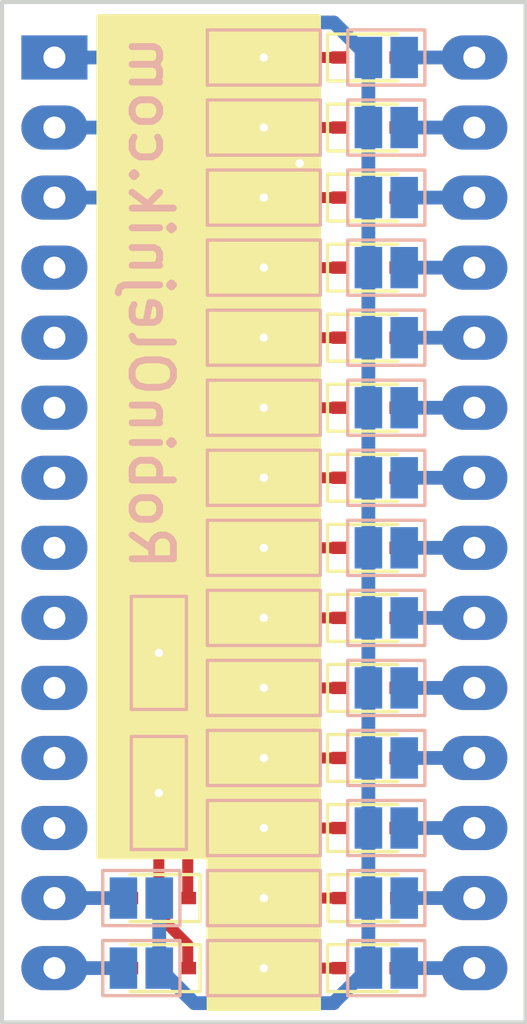
<source format=kicad_pcb>
(kicad_pcb (version 20211014) (generator pcbnew)
  (title_block (title "Bosch KFx3/KFEx5 Diode PLL") (date "2022-01-21") (rev "2") (company "Robin Olejnik") (comment 2 "License: MIT") (comment 3 "www.robinolejnik.com") (comment 4 "https://github.com/robinolejnik/bosch-kf163-diode-pll"))
  (layers (0 "F.Cu" signal) (31 "B.Cu" signal) (34 "B.Paste" user) (35 "F.Paste" user) (36 "B.SilkS" user "B.Silkscreen") (37 "F.SilkS" user "F.Silkscreen") (38 "B.Mask" user) (39 "F.Mask" user) (44 "Edge.Cuts" user))
  (net 0 "")
  (net 1 "Net-(D1-Pad1)")
  (net 2 "Net-(D1-Pad2)")
  (net 3 "Net-(D2-Pad1)")
  (net 4 "Net-(D2-Pad2)")
  (net 5 "Net-(D3-Pad1)")
  (net 6 "Net-(D3-Pad2)")
  (net 7 "Net-(D4-Pad1)")
  (net 8 "Net-(D4-Pad2)")
  (net 9 "Net-(D5-Pad1)")
  (net 10 "Net-(D5-Pad2)")
  (net 11 "Net-(D6-Pad1)")
  (net 12 "Net-(D6-Pad2)")
  (net 13 "Net-(D7-Pad1)")
  (net 14 "Net-(D7-Pad2)")
  (net 15 "Net-(D8-Pad1)")
  (net 16 "Net-(D8-Pad2)")
  (net 17 "Net-(D9-Pad1)")
  (net 18 "Net-(D9-Pad2)")
  (net 19 "Net-(D10-Pad1)")
  (net 20 "Net-(D10-Pad2)")
  (net 21 "Net-(D11-Pad1)")
  (net 22 "Net-(D11-Pad2)")
  (net 23 "Net-(D12-Pad1)")
  (net 24 "Net-(D12-Pad2)")
  (net 25 "Net-(D13-Pad1)")
  (net 26 "Net-(D13-Pad2)")
  (net 27 "Net-(D14-Pad1)")
  (net 28 "Net-(D14-Pad2)")
  (net 29 "Net-(D15-Pad1)")
  (net 30 "Net-(D15-Pad2)")
  (net 31 "Net-(D16-Pad1)")
  (net 32 "Net-(D16-Pad2)")
  (net 33 "Net-(JP1-Pad3)")
  (net 34 "Net-(JP1-Pad1)")
  (net 35 "GND")
  (footprint "Diode_SMD:D_SOD-323" (layer "F.Cu") (at 129.54 68.58)
    (fp_text reference "D2" hide)
    (fp_text value "1N4148W" hide)
    (fp_line (start -1.5 0.85) (end 1.05 0.85) (layer "F.SilkS") (width 0.12))
    (fp_line (start -1.5 -0.85) (end 1.05 -0.85) (layer "F.SilkS") (width 0.12))
    (fp_line (start -1.5 -0.85) (end -1.5 0.85) (layer "F.SilkS") (width 0.12))
    (pad "1" smd rect (at -1.05 0) (size 0.6 0.45) (layers "F.Cu" "F.Paste" "F.Mask") (net 3 "Net-(D2-Pad1)"))
    (pad "2" smd rect (at 1.05 0) (size 0.6 0.45) (layers "F.Cu" "F.Paste" "F.Mask") (net 4 "Net-(D2-Pad2)"))
  )
  (footprint "Diode_SMD:D_SOD-323" (layer "F.Cu") (at 129.54 66.04)
    (fp_text reference "D1" hide)
    (fp_text value "1N4148W" hide)
    (fp_line (start -1.5 -0.85) (end 1.05 -0.85) (layer "F.SilkS") (width 0.12))
    (fp_line (start -1.5 0.85) (end 1.05 0.85) (layer "F.SilkS") (width 0.12))
    (fp_line (start -1.5 -0.85) (end -1.5 0.85) (layer "F.SilkS") (width 0.12))
    (pad "1" smd rect (at -1.05 0) (size 0.6 0.45) (layers "F.Cu" "F.Paste" "F.Mask") (net 1 "Net-(D1-Pad1)"))
    (pad "2" smd rect (at 1.05 0) (size 0.6 0.45) (layers "F.Cu" "F.Paste" "F.Mask") (net 2 "Net-(D1-Pad2)"))
  )
  (footprint "Diode_SMD:D_SOD-323" (layer "F.Cu") (at 129.54 88.9)
    (fp_text reference "D10" hide)
    (fp_text value "1N4148W" hide)
    (fp_line (start -1.5 0.85) (end 1.05 0.85) (layer "F.SilkS") (width 0.12))
    (fp_line (start -1.5 -0.85) (end 1.05 -0.85) (layer "F.SilkS") (width 0.12))
    (fp_line (start -1.5 -0.85) (end -1.5 0.85) (layer "F.SilkS") (width 0.12))
    (pad "1" smd rect (at -1.05 0) (size 0.6 0.45) (layers "F.Cu" "F.Paste" "F.Mask") (net 19 "Net-(D10-Pad1)"))
    (pad "2" smd rect (at 1.05 0) (size 0.6 0.45) (layers "F.Cu" "F.Paste" "F.Mask") (net 20 "Net-(D10-Pad2)"))
  )
  (footprint "Diode_SMD:D_SOD-323" (layer "F.Cu") (at 129.54 99.06)
    (fp_text reference "D14" hide)
    (fp_text value "1N4148W" hide)
    (fp_line (start -1.5 0.85) (end 1.05 0.85) (layer "F.SilkS") (width 0.12))
    (fp_line (start -1.5 -0.85) (end 1.05 -0.85) (layer "F.SilkS") (width 0.12))
    (fp_line (start -1.5 -0.85) (end -1.5 0.85) (layer "F.SilkS") (width 0.12))
    (pad "1" smd rect (at -1.05 0) (size 0.6 0.45) (layers "F.Cu" "F.Paste" "F.Mask") (net 27 "Net-(D14-Pad1)"))
    (pad "2" smd rect (at 1.05 0) (size 0.6 0.45) (layers "F.Cu" "F.Paste" "F.Mask") (net 28 "Net-(D14-Pad2)"))
  )
  (footprint "Diode_SMD:D_SOD-323" (layer "F.Cu") (at 129.54 73.66)
    (fp_text reference "D4" hide)
    (fp_text value "1N4148W" hide)
    (fp_line (start -1.5 0.85) (end 1.05 0.85) (layer "F.SilkS") (width 0.12))
    (fp_line (start -1.5 -0.85) (end -1.5 0.85) (layer "F.SilkS") (width 0.12))
    (fp_line (start -1.5 -0.85) (end 1.05 -0.85) (layer "F.SilkS") (width 0.12))
    (pad "1" smd rect (at -1.05 0) (size 0.6 0.45) (layers "F.Cu" "F.Paste" "F.Mask") (net 7 "Net-(D4-Pad1)"))
    (pad "2" smd rect (at 1.05 0) (size 0.6 0.45) (layers "F.Cu" "F.Paste" "F.Mask") (net 8 "Net-(D4-Pad2)"))
  )
  (footprint "Diode_SMD:D_SOD-323" (layer "F.Cu") (at 129.54 83.82)
    (fp_text reference "D8" hide)
    (fp_text value "1N4148W" hide)
    (fp_line (start -1.5 -0.85) (end -1.5 0.85) (layer "F.SilkS") (width 0.12))
    (fp_line (start -1.5 0.85) (end 1.05 0.85) (layer "F.SilkS") (width 0.12))
    (fp_line (start -1.5 -0.85) (end 1.05 -0.85) (layer "F.SilkS") (width 0.12))
    (pad "1" smd rect (at -1.05 0) (size 0.6 0.45) (layers "F.Cu" "F.Paste" "F.Mask") (net 15 "Net-(D8-Pad1)"))
    (pad "2" smd rect (at 1.05 0) (size 0.6 0.45) (layers "F.Cu" "F.Paste" "F.Mask") (net 16 "Net-(D8-Pad2)"))
  )
  (footprint "Diode_SMD:D_SOD-323" (layer "F.Cu") (at 129.54 93.98)
    (fp_text reference "D12" hide)
    (fp_text value "1N4148W" hide)
    (fp_line (start -1.5 -0.85) (end -1.5 0.85) (layer "F.SilkS") (width 0.12))
    (fp_line (start -1.5 0.85) (end 1.05 0.85) (layer "F.SilkS") (width 0.12))
    (fp_line (start -1.5 -0.85) (end 1.05 -0.85) (layer "F.SilkS") (width 0.12))
    (pad "1" smd rect (at -1.05 0) (size 0.6 0.45) (layers "F.Cu" "F.Paste" "F.Mask") (net 23 "Net-(D12-Pad1)"))
    (pad "2" smd rect (at 1.05 0) (size 0.6 0.45) (layers "F.Cu" "F.Paste" "F.Mask") (net 24 "Net-(D12-Pad2)"))
  )
  (footprint "Diode_SMD:D_SOD-323" (layer "F.Cu") (at 129.54 76.2)
    (fp_text reference "D5" hide)
    (fp_text value "1N4148W" hide)
    (fp_line (start -1.5 0.85) (end 1.05 0.85) (layer "F.SilkS") (width 0.12))
    (fp_line (start -1.5 -0.85) (end 1.05 -0.85) (layer "F.SilkS") (width 0.12))
    (fp_line (start -1.5 -0.85) (end -1.5 0.85) (layer "F.SilkS") (width 0.12))
    (pad "1" smd rect (at -1.05 0) (size 0.6 0.45) (layers "F.Cu" "F.Paste" "F.Mask") (net 9 "Net-(D5-Pad1)"))
    (pad "2" smd rect (at 1.05 0) (size 0.6 0.45) (layers "F.Cu" "F.Paste" "F.Mask") (net 10 "Net-(D5-Pad2)"))
  )
  (footprint "Diode_SMD:D_SOD-323" (layer "F.Cu") (at 121.92 99.06 180)
    (fp_text reference "D15" hide)
    (fp_text value "1N4148W" hide)
    (fp_line (start -1.5 -0.85) (end 1.05 -0.85) (layer "F.SilkS") (width 0.12))
    (fp_line (start -1.5 0.85) (end 1.05 0.85) (layer "F.SilkS") (width 0.12))
    (fp_line (start -1.5 -0.85) (end -1.5 0.85) (layer "F.SilkS") (width 0.12))
    (pad "1" smd rect (at -1.05 0 180) (size 0.6 0.45) (layers "F.Cu" "F.Paste" "F.Mask") (net 29 "Net-(D15-Pad1)"))
    (pad "2" smd rect (at 1.05 0 180) (size 0.6 0.45) (layers "F.Cu" "F.Paste" "F.Mask") (net 30 "Net-(D15-Pad2)"))
  )
  (footprint "Diode_SMD:D_SOD-323" (layer "F.Cu") (at 121.92 96.52 180)
    (fp_text reference "D16" hide)
    (fp_text value "1N4148W" hide)
    (fp_line (start -1.5 0.85) (end 1.05 0.85) (layer "F.SilkS") (width 0.12))
    (fp_line (start -1.5 -0.85) (end 1.05 -0.85) (layer "F.SilkS") (width 0.12))
    (fp_line (start -1.5 -0.85) (end -1.5 0.85) (layer "F.SilkS") (width 0.12))
    (pad "1" smd rect (at -1.05 0 180) (size 0.6 0.45) (layers "F.Cu" "F.Paste" "F.Mask") (net 31 "Net-(D16-Pad1)"))
    (pad "2" smd rect (at 1.05 0 180) (size 0.6 0.45) (layers "F.Cu" "F.Paste" "F.Mask") (net 32 "Net-(D16-Pad2)"))
  )
  (footprint "Package_DIP:DIP-28_W15.24mm_LongPads" (layer "F.Cu") (at 118.13 66.04)
    (fp_text reference "U1" hide)
    (fp_text value "PLL" hide)
    (pad "1" thru_hole rect (at 0 0) (size 2.4 1.6) (drill 0.8) (layers *.Cu *.Mask) (net 35 "GND"))
    (pad "2" thru_hole oval (at 0 2.54) (size 2.4 1.6) (drill 0.8) (layers *.Cu *.Mask) (net 33 "Net-(JP1-Pad3)"))
    (pad "3" thru_hole oval (at 0 5.08) (size 2.4 1.6) (drill 0.8) (layers *.Cu *.Mask) (net 34 "Net-(JP1-Pad1)"))
    (pad "4" thru_hole oval (at 0 7.62) (size 2.4 1.6) (drill 0.8) (layers *.Cu *.Mask))
    (pad "5" thru_hole oval (at 0 10.16) (size 2.4 1.6) (drill 0.8) (layers *.Cu *.Mask))
    (pad "6" thru_hole oval (at 0 12.7) (size 2.4 1.6) (drill 0.8) (layers *.Cu *.Mask))
    (pad "7" thru_hole oval (at 0 15.24) (size 2.4 1.6) (drill 0.8) (layers *.Cu *.Mask))
    (pad "8" thru_hole oval (at 0 17.78) (size 2.4 1.6) (drill 0.8) (layers *.Cu *.Mask))
    (pad "9" thru_hole oval (at 0 20.32) (size 2.4 1.6) (drill 0.8) (layers *.Cu *.Mask))
    (pad "10" thru_hole oval (at 0 22.86) (size 2.4 1.6) (drill 0.8) (layers *.Cu *.Mask))
    (pad "11" thru_hole oval (at 0 25.4) (size 2.4 1.6) (drill 0.8) (layers *.Cu *.Mask))
    (pad "12" thru_hole oval (at 0 27.94) (size 2.4 1.6) (drill 0.8) (layers *.Cu *.Mask))
    (pad "13" thru_hole oval (at 0 30.48) (size 2.4 1.6) (drill 0.8) (layers *.Cu *.Mask) (net 32 "Net-(D16-Pad2)"))
    (pad "14" thru_hole oval (at 0 33.02) (size 2.4 1.6) (drill 0.8) (layers *.Cu *.Mask) (net 30 "Net-(D15-Pad2)"))
    (pad "15" thru_hole oval (at 15.24 33.02) (size 2.4 1.6) (drill 0.8) (layers *.Cu *.Mask) (net 28 "Net-(D14-Pad2)"))
    (pad "16" thru_hole oval (at 15.24 30.48) (size 2.4 1.6) (drill 0.8) (layers *.Cu *.Mask) (net 26 "Net-(D13-Pad2)"))
    (pad "17" thru_hole oval (at 15.24 27.94) (size 2.4 1.6) (drill 0.8) (layers *.Cu *.Mask) (net 24 "Net-(D12-Pad2)"))
    (pad "18" thru_hole oval (at 15.24 25.4) (size 2.4 1.6) (drill 0.8) (layers *.Cu *.Mask) (net 22 "Net-(D11-Pad2)"))
    (pad "19" thru_hole oval (at 15.24 22.86) (size 2.4 1.6) (drill 0.8) (layers *.Cu *.Mask) (net 20 "Net-(D10-Pad2)"))
    (pad "20" thru_hole oval (at 15.24 20.32) (size 2.4 1.6) (drill 0.8) (layers *.Cu *.Mask) (net 18 "Net-(D9-Pad2)"))
    (pad "21" thru_hole oval (at 15.24 17.78) (size 2.4 1.6) (drill 0.8) (layers *.Cu *.Mask) (net 16 "Net-(D8-Pad2)"))
    (pad "22" thru_hole oval (at 15.24 15.24) (size 2.4 1.6) (drill 0.8) (layers *.Cu *.Mask) (net 14 "Net-(D7-Pad2)"))
    (pad "23" thru_hole oval (at 15.24 12.7) (size 2.4 1.6) (drill 0.8) (layers *.Cu *.Mask) (net 12 "Net-(D6-Pad2)"))
    (pad "24" thru_hole oval (at 15.24 10.16) (size 2.4 1.6) (drill 0.8) (layers *.Cu *.Mask) (net 10 "Net-(D5-Pad2)"))
    (pad "25" thru_hole oval (at 15.24 7.62) (size 2.4 1.6) (drill 0.8) (layers *.Cu *.Mask) (net 8 "Net-(D4-Pad2)"))
    (pad "26" thru_hole oval (at 15.24 5.08) (size 2.4 1.6) (drill 0.8) (layers *.Cu *.Mask) (net 6 "Net-(D3-Pad2)"))
    (pad "27" thru_hole oval (at 15.24 2.54) (size 2.4 1.6) (drill 0.8) (layers *.Cu *.Mask) (net 4 "Net-(D2-Pad2)"))
    (pad "28" thru_hole oval (at 15.24 0) (size 2.4 1.6) (drill 0.8) (layers *.Cu *.Mask) (net 2 "Net-(D1-Pad2)"))
  )
  (footprint "Diode_SMD:D_SOD-323" (layer "F.Cu") (at 129.54 81.28)
    (fp_text reference "D7" hide)
    (fp_text value "1N4148W" hide)
    (fp_line (start -1.5 -0.85) (end 1.05 -0.85) (layer "F.SilkS") (width 0.12))
    (fp_line (start -1.5 0.85) (end 1.05 0.85) (layer "F.SilkS") (width 0.12))
    (fp_line (start -1.5 -0.85) (end -1.5 0.85) (layer "F.SilkS") (width 0.12))
    (pad "1" smd rect (at -1.05 0) (size 0.6 0.45) (layers "F.Cu" "F.Paste" "F.Mask") (net 13 "Net-(D7-Pad1)"))
    (pad "2" smd rect (at 1.05 0) (size 0.6 0.45) (layers "F.Cu" "F.Paste" "F.Mask") (net 14 "Net-(D7-Pad2)"))
  )
  (footprint "Diode_SMD:D_SOD-323" (layer "F.Cu") (at 129.54 86.36)
    (fp_text reference "D9" hide)
    (fp_text value "1N4148W" hide)
    (fp_line (start -1.5 -0.85) (end -1.5 0.85) (layer "F.SilkS") (width 0.12))
    (fp_line (start -1.5 0.85) (end 1.05 0.85) (layer "F.SilkS") (width 0.12))
    (fp_line (start -1.5 -0.85) (end 1.05 -0.85) (layer "F.SilkS") (width 0.12))
    (pad "1" smd rect (at -1.05 0) (size 0.6 0.45) (layers "F.Cu" "F.Paste" "F.Mask") (net 17 "Net-(D9-Pad1)"))
    (pad "2" smd rect (at 1.05 0) (size 0.6 0.45) (layers "F.Cu" "F.Paste" "F.Mask") (net 18 "Net-(D9-Pad2)"))
  )
  (footprint "Diode_SMD:D_SOD-323" (layer "F.Cu") (at 129.54 78.74)
    (fp_text reference "D6" hide)
    (fp_text value "1N4148W" hide)
    (fp_line (start -1.5 -0.85) (end 1.05 -0.85) (layer "F.SilkS") (width 0.12))
    (fp_line (start -1.5 0.85) (end 1.05 0.85) (layer "F.SilkS") (width 0.12))
    (fp_line (start -1.5 -0.85) (end -1.5 0.85) (layer "F.SilkS") (width 0.12))
    (pad "1" smd rect (at -1.05 0) (size 0.6 0.45) (layers "F.Cu" "F.Paste" "F.Mask") (net 11 "Net-(D6-Pad1)"))
    (pad "2" smd rect (at 1.05 0) (size 0.6 0.45) (layers "F.Cu" "F.Paste" "F.Mask") (net 12 "Net-(D6-Pad2)"))
  )
  (footprint "Diode_SMD:D_SOD-323" (layer "F.Cu") (at 129.54 71.12)
    (fp_text reference "D3" hide)
    (fp_text value "1N4148W" hide)
    (fp_line (start -1.5 -0.85) (end -1.5 0.85) (layer "F.SilkS") (width 0.12))
    (fp_line (start -1.5 -0.85) (end 1.05 -0.85) (layer "F.SilkS") (width 0.12))
    (fp_line (start -1.5 0.85) (end 1.05 0.85) (layer "F.SilkS") (width 0.12))
    (pad "1" smd rect (at -1.05 0) (size 0.6 0.45) (layers "F.Cu" "F.Paste" "F.Mask") (net 5 "Net-(D3-Pad1)"))
    (pad "2" smd rect (at 1.05 0) (size 0.6 0.45) (layers "F.Cu" "F.Paste" "F.Mask") (net 6 "Net-(D3-Pad2)"))
  )
  (footprint "Diode_SMD:D_SOD-323" (layer "F.Cu") (at 129.56 96.52)
    (fp_text reference "D13" hide)
    (fp_text value "1N4148W" hide)
    (fp_line (start -1.5 -0.85) (end 1.05 -0.85) (layer "F.SilkS") (width 0.12))
    (fp_line (start -1.5 0.85) (end 1.05 0.85) (layer "F.SilkS") (width 0.12))
    (fp_line (start -1.5 -0.85) (end -1.5 0.85) (layer "F.SilkS") (width 0.12))
    (pad "1" smd rect (at -1.05 0) (size 0.6 0.45) (layers "F.Cu" "F.Paste" "F.Mask") (net 25 "Net-(D13-Pad1)"))
    (pad "2" smd rect (at 1.05 0) (size 0.6 0.45) (layers "F.Cu" "F.Paste" "F.Mask") (net 26 "Net-(D13-Pad2)"))
  )
  (footprint "Diode_SMD:D_SOD-323" (layer "F.Cu") (at 129.54 91.44)
    (fp_text reference "D11" hide)
    (fp_text value "1N4148W" hide)
    (fp_line (start -1.5 -0.85) (end -1.5 0.85) (layer "F.SilkS") (width 0.12))
    (fp_line (start -1.5 -0.85) (end 1.05 -0.85) (layer "F.SilkS") (width 0.12))
    (fp_line (start -1.5 0.85) (end 1.05 0.85) (layer "F.SilkS") (width 0.12))
    (pad "1" smd rect (at -1.05 0) (size 0.6 0.45) (layers "F.Cu" "F.Paste" "F.Mask") (net 21 "Net-(D11-Pad1)"))
    (pad "2" smd rect (at 1.05 0) (size 0.6 0.45) (layers "F.Cu" "F.Paste" "F.Mask") (net 22 "Net-(D11-Pad2)"))
  )
  (footprint "Jumper:SolderJumper-2_P1.3mm_Open_Pad1.0x1.5mm" (layer "B.Cu") (at 130.175 99.06)
    (fp_text reference "JP30" hide)
    (fp_text value "SolderJumper_2_Open" hide)
    (fp_line (start 1.4 1) (end 1.4 -1) (layer "B.SilkS") (width 0.12))
    (fp_line (start -1.4 1) (end 1.4 1) (layer "B.SilkS") (width 0.12))
    (fp_line (start 1.4 -1) (end -1.4 -1) (layer "B.SilkS") (width 0.12))
    (fp_line (start -1.4 -1) (end -1.4 1) (layer "B.SilkS") (width 0.12))
    (pad "1" smd rect locked (at -0.65 0) (size 1 1.5) (layers "B.Cu" "B.Mask") (net 35 "GND"))
    (pad "2" smd rect locked (at 0.65 0) (size 1 1.5) (layers "B.Cu" "B.Mask") (net 28 "Net-(D14-Pad2)"))
  )
  (footprint "Jumper:SolderJumper-3_P1.3mm_Open_Pad1.0x1.5mm" (layer "B.Cu") (at 125.73 76.2 180)
    (fp_text reference "JP5" hide)
    (fp_text value "SolderJumper_3_Open" hide)
    (fp_line (start -2.05 1) (end 2.05 1) (layer "B.SilkS") (width 0.12))
    (fp_line (start 2.05 1) (end 2.05 -1) (layer "B.SilkS") (width 0.12))
    (fp_line (start 2.05 -1) (end -2.05 -1) (layer "B.SilkS") (width 0.12))
    (fp_line (start -2.05 -1) (end -2.05 1) (layer "B.SilkS") (width 0.12))
    (pad "1" smd rect (at -1.3 0 180) (size 1 1.5) (layers "B.Cu" "B.Mask") (net 34 "Net-(JP1-Pad1)"))
    (pad "2" smd rect (at 0 0 180) (size 1 1.5) (layers "B.Cu" "B.Mask") (net 9 "Net-(D5-Pad1)"))
    (pad "3" smd rect (at 1.3 0 180) (size 1 1.5) (layers "B.Cu" "B.Mask") (net 33 "Net-(JP1-Pad3)"))
  )
  (footprint "Jumper:SolderJumper-3_P1.3mm_Open_Pad1.0x1.5mm" (layer "B.Cu") (at 121.92 87.63 -90)
    (fp_text reference "JP16" hide)
    (fp_text value "SolderJumper_3_Open" hide)
    (fp_line (start 2.05 -1) (end -2.05 -1) (layer "B.SilkS") (width 0.12))
    (fp_line (start -2.05 1) (end 2.05 1) (layer "B.SilkS") (width 0.12))
    (fp_line (start 2.05 1) (end 2.05 -1) (layer "B.SilkS") (width 0.12))
    (fp_line (start -2.05 -1) (end -2.05 1) (layer "B.SilkS") (width 0.12))
    (pad "1" smd rect (at -1.3 0 270) (size 1 1.5) (layers "B.Cu" "B.Mask") (net 34 "Net-(JP1-Pad1)"))
    (pad "2" smd rect (at 0 0 270) (size 1 1.5) (layers "B.Cu" "B.Mask") (net 31 "Net-(D16-Pad1)"))
    (pad "3" smd rect (at 1.3 0 270) (size 1 1.5) (layers "B.Cu" "B.Mask") (net 33 "Net-(JP1-Pad3)"))
  )
  (footprint "Jumper:SolderJumper-3_P1.3mm_Open_Pad1.0x1.5mm" (layer "B.Cu") (at 125.73 71.12 180)
    (fp_text reference "JP3" hide)
    (fp_text value "SolderJumper_3_Open" hide)
    (fp_line (start 2.05 1) (end 2.05 -1) (layer "B.SilkS") (width 0.12))
    (fp_line (start -2.05 -1) (end -2.05 1) (layer "B.SilkS") (width 0.12))
    (fp_line (start -2.05 1) (end 2.05 1) (layer "B.SilkS") (width 0.12))
    (fp_line (start 2.05 -1) (end -2.05 -1) (layer "B.SilkS") (width 0.12))
    (pad "1" smd rect (at -1.3 0 180) (size 1 1.5) (layers "B.Cu" "B.Mask") (net 34 "Net-(JP1-Pad1)"))
    (pad "2" smd rect (at 0 0 180) (size 1 1.5) (layers "B.Cu" "B.Mask") (net 5 "Net-(D3-Pad1)"))
    (pad "3" smd rect (at 1.3 0 180) (size 1 1.5) (layers "B.Cu" "B.Mask") (net 33 "Net-(JP1-Pad3)"))
  )
  (footprint "Jumper:SolderJumper-2_P1.3mm_Open_Pad1.0x1.5mm" (layer "B.Cu") (at 130.175 96.52)
    (fp_text reference "JP29" hide)
    (fp_text value "SolderJumper_2_Open" hide)
    (fp_line (start 1.4 -1) (end -1.4 -1) (layer "B.SilkS") (width 0.12))
    (fp_line (start -1.4 1) (end 1.4 1) (layer "B.SilkS") (width 0.12))
    (fp_line (start -1.4 -1) (end -1.4 1) (layer "B.SilkS") (width 0.12))
    (fp_line (start 1.4 1) (end 1.4 -1) (layer "B.SilkS") (width 0.12))
    (pad "1" smd rect locked (at -0.65 0) (size 1 1.5) (layers "B.Cu" "B.Mask") (net 35 "GND"))
    (pad "2" smd rect locked (at 0.65 0) (size 1 1.5) (layers "B.Cu" "B.Mask") (net 26 "Net-(D13-Pad2)"))
  )
  (footprint "Jumper:SolderJumper-3_P1.3mm_Open_Pad1.0x1.5mm" (layer "B.Cu") (at 125.73 99.06 180)
    (fp_text reference "JP14" hide)
    (fp_text value "SolderJumper_3_Open" hide)
    (fp_line (start 2.05 1) (end 2.05 -1) (layer "B.SilkS") (width 0.12))
    (fp_line (start 2.05 -1) (end -2.05 -1) (layer "B.SilkS") (width 0.12))
    (fp_line (start -2.05 1) (end 2.05 1) (layer "B.SilkS") (width 0.12))
    (fp_line (start -2.05 -1) (end -2.05 1) (layer "B.SilkS") (width 0.12))
    (pad "1" smd rect (at -1.3 0 180) (size 1 1.5) (layers "B.Cu" "B.Mask") (net 34 "Net-(JP1-Pad1)"))
    (pad "2" smd rect (at 0 0 180) (size 1 1.5) (layers "B.Cu" "B.Mask") (net 27 "Net-(D14-Pad1)"))
    (pad "3" smd rect (at 1.3 0 180) (size 1 1.5) (layers "B.Cu" "B.Mask") (net 33 "Net-(JP1-Pad3)"))
  )
  (footprint "Jumper:SolderJumper-2_P1.3mm_Open_Pad1.0x1.5mm" (layer "B.Cu") (at 121.285 96.52 180)
    (fp_text reference "JP32" hide)
    (fp_text value "SolderJumper_2_Open" hide)
    (fp_line (start 1.4 -1) (end -1.4 -1) (layer "B.SilkS") (width 0.12))
    (fp_line (start -1.4 -1) (end -1.4 1) (layer "B.SilkS") (width 0.12))
    (fp_line (start -1.4 1) (end 1.4 1) (layer "B.SilkS") (width 0.12))
    (fp_line (start 1.4 1) (end 1.4 -1) (layer "B.SilkS") (width 0.12))
    (pad "1" smd rect locked (at -0.65 0 180) (size 1 1.5) (layers "B.Cu" "B.Mask") (net 35 "GND"))
    (pad "2" smd rect locked (at 0.65 0 180) (size 1 1.5) (layers "B.Cu" "B.Mask") (net 32 "Net-(D16-Pad2)"))
  )
  (footprint "Jumper:SolderJumper-2_P1.3mm_Open_Pad1.0x1.5mm" (layer "B.Cu") (at 130.175 81.28)
    (fp_text reference "JP23" hide)
    (fp_text value "SolderJumper_2_Open" hide)
    (fp_line (start 1.4 1) (end 1.4 -1) (layer "B.SilkS") (width 0.12))
    (fp_line (start 1.4 -1) (end -1.4 -1) (layer "B.SilkS") (width 0.12))
    (fp_line (start -1.4 -1) (end -1.4 1) (layer "B.SilkS") (width 0.12))
    (fp_line (start -1.4 1) (end 1.4 1) (layer "B.SilkS") (width 0.12))
    (pad "1" smd rect locked (at -0.65 0) (size 1 1.5) (layers "B.Cu" "B.Mask") (net 35 "GND"))
    (pad "2" smd rect locked (at 0.65 0) (size 1 1.5) (layers "B.Cu" "B.Mask") (net 14 "Net-(D7-Pad2)"))
  )
  (footprint "Jumper:SolderJumper-2_P1.3mm_Open_Pad1.0x1.5mm" (layer "B.Cu") (at 130.175 71.12)
    (fp_text reference "JP19" hide)
    (fp_text value "SolderJumper_2_Open" hide)
    (fp_line (start 1.4 1) (end 1.4 -1) (layer "B.SilkS") (width 0.12))
    (fp_line (start -1.4 -1) (end -1.4 1) (layer "B.SilkS") (width 0.12))
    (fp_line (start 1.4 -1) (end -1.4 -1) (layer "B.SilkS") (width 0.12))
    (fp_line (start -1.4 1) (end 1.4 1) (layer "B.SilkS") (width 0.12))
    (pad "1" smd rect locked (at -0.65 0) (size 1 1.5) (layers "B.Cu" "B.Mask") (net 35 "GND"))
    (pad "2" smd rect locked (at 0.65 0) (size 1 1.5) (layers "B.Cu" "B.Mask") (net 6 "Net-(D3-Pad2)"))
  )
  (footprint "Jumper:SolderJumper-2_P1.3mm_Open_Pad1.0x1.5mm" (layer "B.Cu") (at 130.175 93.98)
    (fp_text reference "JP28" hide)
    (fp_text value "SolderJumper_2_Open" hide)
    (fp_line (start 1.4 -1) (end -1.4 -1) (layer "B.SilkS") (width 0.12))
    (fp_line (start 1.4 1) (end 1.4 -1) (layer "B.SilkS") (width 0.12))
    (fp_line (start -1.4 1) (end 1.4 1) (layer "B.SilkS") (width 0.12))
    (fp_line (start -1.4 -1) (end -1.4 1) (layer "B.SilkS") (width 0.12))
    (pad "1" smd rect locked (at -0.65 0) (size 1 1.5) (layers "B.Cu" "B.Mask") (net 35 "GND"))
    (pad "2" smd rect locked (at 0.65 0) (size 1 1.5) (layers "B.Cu" "B.Mask") (net 24 "Net-(D12-Pad2)"))
  )
  (footprint "Jumper:SolderJumper-2_P1.3mm_Open_Pad1.0x1.5mm" (layer "B.Cu") (at 130.175 78.74)
    (fp_text reference "JP22" hide)
    (fp_text value "SolderJumper_2_Open" hide)
    (fp_line (start -1.4 1) (end 1.4 1) (layer "B.SilkS") (width 0.12))
    (fp_line (start -1.4 -1) (end -1.4 1) (layer "B.SilkS") (width 0.12))
    (fp_line (start 1.4 1) (end 1.4 -1) (layer "B.SilkS") (width 0.12))
    (fp_line (start 1.4 -1) (end -1.4 -1) (layer "B.SilkS") (width 0.12))
    (pad "1" smd rect locked (at -0.65 0) (size 1 1.5) (layers "B.Cu" "B.Mask") (net 35 "GND"))
    (pad "2" smd rect locked (at 0.65 0) (size 1 1.5) (layers "B.Cu" "B.Mask") (net 12 "Net-(D6-Pad2)"))
  )
  (footprint "Jumper:SolderJumper-2_P1.3mm_Open_Pad1.0x1.5mm" (layer "B.Cu") (at 130.175 88.9)
    (fp_text reference "JP26" hide)
    (fp_text value "SolderJumper_2_Open" hide)
    (fp_line (start -1.4 1) (end 1.4 1) (layer "B.SilkS") (width 0.12))
    (fp_line (start 1.4 -1) (end -1.4 -1) (layer "B.SilkS") (width 0.12))
    (fp_line (start -1.4 -1) (end -1.4 1) (layer "B.SilkS") (width 0.12))
    (fp_line (start 1.4 1) (end 1.4 -1) (layer "B.SilkS") (width 0.12))
    (pad "1" smd rect locked (at -0.65 0) (size 1 1.5) (layers "B.Cu" "B.Mask") (net 35 "GND"))
    (pad "2" smd rect locked (at 0.65 0) (size 1 1.5) (layers "B.Cu" "B.Mask") (net 20 "Net-(D10-Pad2)"))
  )
  (footprint "Jumper:SolderJumper-2_P1.3mm_Open_Pad1.0x1.5mm" (layer "B.Cu") (at 121.285 99.06 180)
    (fp_text reference "JP31" hide)
    (fp_text value "SolderJumper_2_Open" hide)
    (fp_line (start -1.4 -1) (end -1.4 1) (layer "B.SilkS") (width 0.12))
    (fp_line (start 1.4 -1) (end -1.4 -1) (layer "B.SilkS") (width 0.12))
    (fp_line (start -1.4 1) (end 1.4 1) (layer "B.SilkS") (width 0.12))
    (fp_line (start 1.4 1) (end 1.4 -1) (layer "B.SilkS") (width 0.12))
    (pad "1" smd rect locked (at -0.65 0 180) (size 1 1.5) (layers "B.Cu" "B.Mask") (net 35 "GND"))
    (pad "2" smd rect locked (at 0.65 0 180) (size 1 1.5) (layers "B.Cu" "B.Mask") (net 30 "Net-(D15-Pad2)"))
  )
  (footprint "Jumper:SolderJumper-2_P1.3mm_Open_Pad1.0x1.5mm" (layer "B.Cu") (at 130.175 91.44)
    (fp_text reference "JP27" hide)
    (fp_text value "SolderJumper_2_Open" hide)
    (fp_line (start -1.4 1) (end 1.4 1) (layer "B.SilkS") (width 0.12))
    (fp_line (start 1.4 -1) (end -1.4 -1) (layer "B.SilkS") (width 0.12))
    (fp_line (start 1.4 1) (end 1.4 -1) (layer "B.SilkS") (width 0.12))
    (fp_line (start -1.4 -1) (end -1.4 1) (layer "B.SilkS") (width 0.12))
    (pad "1" smd rect locked (at -0.65 0) (size 1 1.5) (layers "B.Cu" "B.Mask") (net 35 "GND"))
    (pad "2" smd rect locked (at 0.65 0) (size 1 1.5) (layers "B.Cu" "B.Mask") (net 22 "Net-(D11-Pad2)"))
  )
  (footprint "Jumper:SolderJumper-2_P1.3mm_Open_Pad1.0x1.5mm" (layer "B.Cu") (at 130.175 66.04)
    (fp_text reference "JP17" hide)
    (fp_text value "SolderJumper_2_Open" hide)
    (fp_line (start 1.4 -1) (end -1.4 -1) (layer "B.SilkS") (width 0.12))
    (fp_line (start -1.4 1) (end 1.4 1) (layer "B.SilkS") (width 0.12))
    (fp_line (start 1.4 1) (end 1.4 -1) (layer "B.SilkS") (width 0.12))
    (fp_line (start -1.4 -1) (end -1.4 1) (layer "B.SilkS") (width 0.12))
    (pad "1" smd rect locked (at -0.65 0) (size 1 1.5) (layers "B.Cu" "B.Mask") (net 35 "GND"))
    (pad "2" smd rect locked (at 0.65 0) (size 1 1.5) (layers "B.Cu" "B.Mask") (net 2 "Net-(D1-Pad2)"))
  )
  (footprint "Jumper:SolderJumper-3_P1.3mm_Open_Pad1.0x1.5mm" (layer "B.Cu") (at 125.73 93.98 180)
    (fp_text reference "JP12" hide)
    (fp_text value "SolderJumper_3_Open" hide)
    (fp_line (start -2.05 1) (end 2.05 1) (layer "B.SilkS") (width 0.12))
    (fp_line (start -2.05 -1) (end -2.05 1) (layer "B.SilkS") (width 0.12))
    (fp_line (start 2.05 1) (end 2.05 -1) (layer "B.SilkS") (width 0.12))
    (fp_line (start 2.05 -1) (end -2.05 -1) (layer "B.SilkS") (width 0.12))
    (pad "1" smd rect (at -1.3 0 180) (size 1 1.5) (layers "B.Cu" "B.Mask") (net 34 "Net-(JP1-Pad1)"))
    (pad "2" smd rect (at 0 0 180) (size 1 1.5) (layers "B.Cu" "B.Mask") (net 23 "Net-(D12-Pad1)"))
    (pad "3" smd rect (at 1.3 0 180) (size 1 1.5) (layers "B.Cu" "B.Mask") (net 33 "Net-(JP1-Pad3)"))
  )
  (footprint "Jumper:SolderJumper-2_P1.3mm_Open_Pad1.0x1.5mm" (layer "B.Cu") (at 130.175 73.66)
    (fp_text reference "JP20" hide)
    (fp_text value "SolderJumper_2_Open" hide)
    (fp_line (start -1.4 1) (end 1.4 1) (layer "B.SilkS") (width 0.12))
    (fp_line (start -1.4 -1) (end -1.4 1) (layer "B.SilkS") (width 0.12))
    (fp_line (start 1.4 -1) (end -1.4 -1) (layer "B.SilkS") (width 0.12))
    (fp_line (start 1.4 1) (end 1.4 -1) (layer "B.SilkS") (width 0.12))
    (pad "1" smd rect locked (at -0.65 0) (size 1 1.5) (layers "B.Cu" "B.Mask") (net 35 "GND"))
    (pad "2" smd rect locked (at 0.65 0) (size 1 1.5) (layers "B.Cu" "B.Mask") (net 8 "Net-(D4-Pad2)"))
  )
  (footprint "Jumper:SolderJumper-3_P1.3mm_Open_Pad1.0x1.5mm" (layer "B.Cu") (at 125.73 66.04 180)
    (fp_text reference "JP1" hide)
    (fp_text value "SolderJumper_3_Open" hide)
    (fp_line (start 2.05 1) (end 2.05 -1) (layer "B.SilkS") (width 0.12))
    (fp_line (start 2.05 -1) (end -2.05 -1) (layer "B.SilkS") (width 0.12))
    (fp_line (start -2.05 1) (end 2.05 1) (layer "B.SilkS") (width 0.12))
    (fp_line (start -2.05 -1) (end -2.05 1) (layer "B.SilkS") (width 0.12))
    (pad "1" smd rect (at -1.3 0 180) (size 1 1.5) (layers "B.Cu" "B.Mask") (net 34 "Net-(JP1-Pad1)"))
    (pad "2" smd rect (at 0 0 180) (size 1 1.5) (layers "B.Cu" "B.Mask") (net 1 "Net-(D1-Pad1)"))
    (pad "3" smd rect (at 1.3 0 180) (size 1 1.5) (layers "B.Cu" "B.Mask") (net 33 "Net-(JP1-Pad3)"))
  )
  (footprint "Jumper:SolderJumper-3_P1.3mm_Open_Pad1.0x1.5mm" (layer "B.Cu") (at 125.73 86.36 180)
    (fp_text reference "JP9" hide)
    (fp_text value "SolderJumper_3_Open" hide)
    (fp_line (start -2.05 -1) (end -2.05 1) (layer "B.SilkS") (width 0.12))
    (fp_line (start -2.05 1) (end 2.05 1) (layer "B.SilkS") (width 0.12))
    (fp_line (start 2.05 1) (end 2.05 -1) (layer "B.SilkS") (width 0.12))
    (fp_line (start 2.05 -1) (end -2.05 -1) (layer "B.SilkS") (width 0.12))
    (pad "1" smd rect (at -1.3 0 180) (size 1 1.5) (layers "B.Cu" "B.Mask") (net 34 "Net-(JP1-Pad1)"))
    (pad "2" smd rect (at 0 0 180) (size 1 1.5) (layers "B.Cu" "B.Mask") (net 17 "Net-(D9-Pad1)"))
    (pad "3" smd rect (at 1.3 0 180) (size 1 1.5) (layers "B.Cu" "B.Mask") (net 33 "Net-(JP1-Pad3)"))
  )
  (footprint "Jumper:SolderJumper-2_P1.3mm_Open_Pad1.0x1.5mm" (layer "B.Cu") (at 130.175 83.82)
    (fp_text reference "JP24" hide)
    (fp_text value "SolderJumper_2_Open" hide)
    (fp_line (start -1.4 1) (end 1.4 1) (layer "B.SilkS") (width 0.12))
    (fp_line (start 1.4 1) (end 1.4 -1) (layer "B.SilkS") (width 0.12))
    (fp_line (start -1.4 -1) (end -1.4 1) (layer "B.SilkS") (width 0.12))
    (fp_line (start 1.4 -1) (end -1.4 -1) (layer "B.SilkS") (width 0.12))
    (pad "1" smd rect locked (at -0.65 0) (size 1 1.5) (layers "B.Cu" "B.Mask") (net 35 "GND"))
    (pad "2" smd rect locked (at 0.65 0) (size 1 1.5) (layers "B.Cu" "B.Mask") (net 16 "Net-(D8-Pad2)"))
  )
  (footprint "Jumper:SolderJumper-3_P1.3mm_Open_Pad1.0x1.5mm" (layer "B.Cu") (at 125.73 96.52 180)
    (fp_text reference "JP13" hide)
    (fp_text value "SolderJumper_3_Open" hide)
    (fp_line (start 2.05 -1) (end -2.05 -1) (layer "B.SilkS") (width 0.12))
    (fp_line (start 2.05 1) (end 2.05 -1) (layer "B.SilkS") (width 0.12))
    (fp_line (start -2.05 1) (end 2.05 1) (layer "B.SilkS") (width 0.12))
    (fp_line (start -2.05 -1) (end -2.05 1) (layer "B.SilkS") (width 0.12))
    (pad "1" smd rect (at -1.3 0 180) (size 1 1.5) (layers "B.Cu" "B.Mask") (net 34 "Net-(JP1-Pad1)"))
    (pad "2" smd rect (at 0 0 180) (size 1 1.5) (layers "B.Cu" "B.Mask") (net 25 "Net-(D13-Pad1)"))
    (pad "3" smd rect (at 1.3 0 180) (size 1 1.5) (layers "B.Cu" "B.Mask") (net 33 "Net-(JP1-Pad3)"))
  )
  (footprint "Jumper:SolderJumper-2_P1.3mm_Open_Pad1.0x1.5mm" (layer "B.Cu") (at 130.175 76.2)
    (fp_text reference "JP21" hide)
    (fp_text value "SolderJumper_2_Open" hide)
    (fp_line (start 1.4 1) (end 1.4 -1) (layer "B.SilkS") (width 0.12))
    (fp_line (start -1.4 -1) (end -1.4 1) (layer "B.SilkS") (width 0.12))
    (fp_line (start 1.4 -1) (end -1.4 -1) (layer "B.SilkS") (width 0.12))
    (fp_line (start -1.4 1) (end 1.4 1) (layer "B.SilkS") (width 0.12))
    (pad "1" smd rect locked (at -0.65 0) (size 1 1.5) (layers "B.Cu" "B.Mask") (net 35 "GND"))
    (pad "2" smd rect locked (at 0.65 0) (size 1 1.5) (layers "B.Cu" "B.Mask") (net 10 "Net-(D5-Pad2)"))
  )
  (footprint "Jumper:SolderJumper-3_P1.3mm_Open_Pad1.0x1.5mm" (layer "B.Cu") (at 125.73 88.9 180)
    (fp_text reference "JP10" hide)
    (fp_text value "SolderJumper_3_Open" hide)
    (fp_line (start 2.05 -1) (end -2.05 -1) (layer "B.SilkS") (width 0.12))
    (fp_line (start -2.05 1) (end 2.05 1) (layer "B.SilkS") (width 0.12))
    (fp_line (start -2.05 -1) (end -2.05 1) (layer "B.SilkS") (width 0.12))
    (fp_line (start 2.05 1) (end 2.05 -1) (layer "B.SilkS") (width 0.12))
    (pad "1" smd rect (at -1.3 0 180) (size 1 1.5) (layers "B.Cu" "B.Mask") (net 34 "Net-(JP1-Pad1)"))
    (pad "2" smd rect (at 0 0 180) (size 1 1.5) (layers "B.Cu" "B.Mask") (net 19 "Net-(D10-Pad1)"))
    (pad "3" smd rect (at 1.3 0 180) (size 1 1.5) (layers "B.Cu" "B.Mask") (net 33 "Net-(JP1-Pad3)"))
  )
  (footprint "Jumper:SolderJumper-3_P1.3mm_Open_Pad1.0x1.5mm" (layer "B.Cu") (at 125.73 73.66 180)
    (fp_text reference "JP4" hide)
    (fp_text value "SolderJumper_3_Open" hide)
    (fp_line (start 2.05 -1) (end -2.05 -1) (layer "B.SilkS") (width 0.12))
    (fp_line (start -2.05 1) (end 2.05 1) (layer "B.SilkS") (width 0.12))
    (fp_line (start 2.05 1) (end 2.05 -1) (layer "B.SilkS") (width 0.12))
    (fp_line (start -2.05 -1) (end -2.05 1) (layer "B.SilkS") (width 0.12))
    (pad "1" smd rect (at -1.3 0 180) (size 1 1.5) (layers "B.Cu" "B.Mask") (net 34 "Net-(JP1-Pad1)"))
    (pad "2" smd rect (at 0 0 180) (size 1 1.5) (layers "B.Cu" "B.Mask") (net 7 "Net-(D4-Pad1)"))
    (pad "3" smd rect (at 1.3 0 180) (size 1 1.5) (layers "B.Cu" "B.Mask") (net 33 "Net-(JP1-Pad3)"))
  )
  (footprint "Jumper:SolderJumper-2_P1.3mm_Open_Pad1.0x1.5mm" (layer "B.Cu") (at 130.175 86.36)
    (fp_text reference "JP25" hide)
    (fp_text value "SolderJumper_2_Open" hide)
    (fp_line (start 1.4 -1) (end -1.4 -1) (layer "B.SilkS") (width 0.12))
    (fp_line (start -1.4 1) (end 1.4 1) (layer "B.SilkS") (width 0.12))
    (fp_line (start -1.4 -1) (end -1.4 1) (layer "B.SilkS") (width 0.12))
    (fp_line (start 1.4 1) (end 1.4 -1) (layer "B.SilkS") (width 0.12))
    (pad "1" smd rect locked (at -0.65 0) (size 1 1.5) (layers "B.Cu" "B.Mask") (net 35 "GND"))
    (pad "2" smd rect locked (at 0.65 0) (size 1 1.5) (layers "B.Cu" "B.Mask") (net 18 "Net-(D9-Pad2)"))
  )
  (footprint "Jumper:SolderJumper-3_P1.3mm_Open_Pad1.0x1.5mm" (layer "B.Cu") (at 121.92 92.71 -90)
    (fp_text reference "JP15" hide)
    (fp_text value "SolderJumper_3_Open" hide)
    (fp_line (start 2.05 1) (end 2.05 -1) (layer "B.SilkS") (width 0.12))
    (fp_line (start 2.05 -1) (end -2.05 -1) (layer "B.SilkS") (width 0.12))
    (fp_line (start -2.05 1) (end 2.05 1) (layer "B.SilkS") (width 0.12))
    (fp_line (start -2.05 -1) (end -2.05 1) (layer "B.SilkS") (width 0.12))
    (pad "1" smd rect (at -1.3 0 270) (size 1 1.5) (layers "B.Cu" "B.Mask") (net 34 "Net-(JP1-Pad1)"))
    (pad "2" smd rect (at 0 0 270) (size 1 1.5) (layers "B.Cu" "B.Mask") (net 29 "Net-(D15-Pad1)"))
    (pad "3" smd rect (at 1.3 0 270) (size 1 1.5) (layers "B.Cu" "B.Mask") (net 33 "Net-(JP1-Pad3)"))
  )
  (footprint "Jumper:SolderJumper-3_P1.3mm_Open_Pad1.0x1.5mm" (layer "B.Cu") (at 125.73 81.28 180)
    (fp_text reference "JP7" hide)
    (fp_text value "SolderJumper_3_Open" hide)
    (fp_line (start -2.05 1) (end 2.05 1) (layer "B.SilkS") (width 0.12))
    (fp_line (start 2.05 -1) (end -2.05 -1) (layer "B.SilkS") (width 0.12))
    (fp_line (start -2.05 -1) (end -2.05 1) (layer "B.SilkS") (width 0.12))
    (fp_line (start 2.05 1) (end 2.05 -1) (layer "B.SilkS") (width 0.12))
    (pad "1" smd rect (at -1.3 0 180) (size 1 1.5) (layers "B.Cu" "B.Mask") (net 34 "Net-(JP1-Pad1)"))
    (pad "2" smd rect (at 0 0 180) (size 1 1.5) (layers "B.Cu" "B.Mask") (net 13 "Net-(D7-Pad1)"))
    (pad "3" smd rect (at 1.3 0 180) (size 1 1.5) (layers "B.Cu" "B.Mask") (net 33 "Net-(JP1-Pad3)"))
  )
  (footprint "Jumper:SolderJumper-3_P1.3mm_Open_Pad1.0x1.5mm" (layer "B.Cu") (at 125.73 83.82 180)
    (fp_text reference "JP8" hide)
    (fp_text value "SolderJumper_3_Open" hide)
    (fp_line (start -2.05 -1) (end -2.05 1) (layer "B.SilkS") (width 0.12))
    (fp_line (start -2.05 1) (end 2.05 1) (layer "B.SilkS") (width 0.12))
    (fp_line (start 2.05 1) (end 2.05 -1) (layer "B.SilkS") (width 0.12))
    (fp_line (start 2.05 -1) (end -2.05 -1) (layer "B.SilkS") (width 0.12))
    (pad "1" smd rect (at -1.3 0 180) (size 1 1.5) (layers "B.Cu" "B.Mask") (net 34 "Net-(JP1-Pad1)"))
    (pad "2" smd rect (at 0 0 180) (size 1 1.5) (layers "B.Cu" "B.Mask") (net 15 "Net-(D8-Pad1)"))
    (pad "3" smd rect (at 1.3 0 180) (size 1 1.5) (layers "B.Cu" "B.Mask") (net 33 "Net-(JP1-Pad3)"))
  )
  (footprint "Jumper:SolderJumper-3_P1.3mm_Open_Pad1.0x1.5mm" (layer "B.Cu") (at 125.73 91.44 180)
    (fp_text reference "JP11" hide)
    (fp_text value "SolderJumper_3_Open" hide)
    (fp_line (start -2.05 -1) (end -2.05 1) (layer "B.SilkS") (width 0.12))
    (fp_line (start 2.05 -1) (end -2.05 -1) (layer "B.SilkS") (width 0.12))
    (fp_line (start 2.05 1) (end 2.05 -1) (layer "B.SilkS") (width 0.12))
    (fp_line (start -2.05 1) (end 2.05 1) (layer "B.SilkS") (width 0.12))
    (pad "1" smd rect (at -1.3 0 180) (size 1 1.5) (layers "B.Cu" "B.Mask") (net 34 "Net-(JP1-Pad1)"))
    (pad "2" smd rect (at 0 0 180) (size 1 1.5) (layers "B.Cu" "B.Mask") (net 21 "Net-(D11-Pad1)"))
    (pad "3" smd rect (at 1.3 0 180) (size 1 1.5) (layers "B.Cu" "B.Mask") (net 33 "Net-(JP1-Pad3)"))
  )
  (footprint "Jumper:SolderJumper-3_P1.3mm_Open_Pad1.0x1.5mm" (layer "B.Cu") (at 125.73 68.58 180)
    (fp_text reference "JP2" hide)
    (fp_text value "SolderJumper_3_Open" hide)
    (fp_line (start -2.05 1) (end 2.05 1) (layer "B.SilkS") (width 0.12))
    (fp_line (start 2.05 1) (end 2.05 -1) (layer "B.SilkS") (width 0.12))
    (fp_line (start -2.05 -1) (end -2.05 1) (layer "B.SilkS") (width 0.12))
    (fp_line (start 2.05 -1) (end -2.05 -1) (layer "B.SilkS") (width 0.12))
    (pad "1" smd rect (at -1.3 0 180) (size 1 1.5) (layers "B.Cu" "B.Mask") (net 34 "Net-(JP1-Pad1)"))
    (pad "2" smd rect (at 0 0 180) (size 1 1.5) (layers "B.Cu" "B.Mask") (net 3 "Net-(D2-Pad1)"))
    (pad "3" smd rect (at 1.3 0 180) (size 1 1.5) (layers "B.Cu" "B.Mask") (net 33 "Net-(JP1-Pad3)"))
  )
  (footprint "Jumper:SolderJumper-3_P1.3mm_Open_Pad1.0x1.5mm" (layer "B.Cu") (at 125.73 78.74 180)
    (fp_text reference "JP6" hide)
    (fp_text value "SolderJumper_3_Open" hide)
    (fp_line (start -2.05 1) (end 2.05 1) (layer "B.SilkS") (width 0.12))
    (fp_line (start 2.05 -1) (end -2.05 -1) (layer "B.SilkS") (width 0.12))
    (fp_line (start -2.05 -1) (end -2.05 1) (layer "B.SilkS") (width 0.12))
    (fp_line (start 2.05 1) (end 2.05 -1) (layer "B.SilkS") (width 0.12))
    (pad "1" smd rect (at -1.3 0 180) (size 1 1.5) (layers "B.Cu" "B.Mask") (net 34 "Net-(JP1-Pad1)"))
    (pad "2" smd rect (at 0 0 180) (size 1 1.5) (layers "B.Cu" "B.Mask") (net 11 "Net-(D6-Pad1)"))
    (pad "3" smd rect (at 1.3 0 180) (size 1 1.5) (layers "B.Cu" "B.Mask") (net 33 "Net-(JP1-Pad3)"))
  )
  (footprint "Jumper:SolderJumper-2_P1.3mm_Open_Pad1.0x1.5mm" (layer "B.Cu") (at 130.175 68.58)
    (fp_text reference "JP18" hide)
    (fp_text value "SolderJumper_2_Open" hide)
    (fp_line (start 1.4 1) (end 1.4 -1) (layer "B.SilkS") (width 0.12))
    (fp_line (start 1.4 -1) (end -1.4 -1) (layer "B.SilkS") (width 0.12))
    (fp_line (start -1.4 1) (end 1.4 1) (layer "B.SilkS") (width 0.12))
    (fp_line (start -1.4 -1) (end -1.4 1) (layer "B.SilkS") (width 0.12))
    (pad "1" smd rect locked (at -0.65 0) (size 1 1.5) (layers "B.Cu" "B.Mask") (net 35 "GND"))
    (pad "2" smd rect locked (at 0.65 0) (size 1 1.5) (layers "B.Cu" "B.Mask") (net 4 "Net-(D2-Pad2)"))
  )
  (gr_poly (pts (xy 127.73 100.54) (xy 123.73 100.54) (xy 123.73 95.04) (xy 119.73 95.04) (xy 119.73 64.54) (xy 127.73 64.54)) (layer "F.SilkS") (width 0.15) (fill solid))
  (gr_line (start 135.23 101.03) (end 135.23 64.03) (layer "Edge.Cuts") (width 0.15))
  (gr_line (start 116.23 101.03) (end 135.23 101.03) (layer "Edge.Cuts") (width 0.15))
  (gr_line (start 116.23 64.03) (end 116.23 101.03) (layer "Edge.Cuts") (width 0.15))
  (gr_line (start 135.23 64.03) (end 116.23 64.03) (layer "Edge.Cuts") (width 0.15))
  (gr_text "RobinOlejnik.com" (at 121.63 74.93 270) (layer "B.SilkS") (effects (font (size 1.5 1.5) (thickness 0.25)) (justify mirror)))
  (segment (start 128.49 66.04) (end 125.73 66.04) (width 0.4) (layer "F.Cu") (net 1))
  (via (at 125.73 66.04) (size 0.75) (drill 0.3) (layers "F.Cu" "B.Cu") (net 1))
  (segment (start 130.59 66.04) (end 133.37 66.04) (width 0.4) (layer "F.Cu") (net 2))
  (segment (start 130.825 66.04) (end 133.37 66.04) (width 0.5) (layer "B.Cu") (net 2))
  (segment (start 128.49 68.58) (end 125.73 68.58) (width 0.4) (layer "F.Cu") (net 3))
  (via (at 125.73 68.58) (size 0.75) (drill 0.3) (layers "F.Cu" "B.Cu") (net 3))
  (segment (start 130.59 68.58) (end 133.37 68.58) (width 0.4) (layer "F.Cu") (net 4))
  (segment (start 133.37 68.58) (end 130.825 68.58) (width 0.5) (layer "B.Cu") (net 4))
  (segment (start 128.49 71.12) (end 125.73 71.12) (width 0.4) (layer "F.Cu") (net 5))
  (via (at 125.73 71.12) (size 0.75) (drill 0.3) (layers "F.Cu" "B.Cu") (net 5))
  (segment (start 130.59 71.12) (end 133.37 71.12) (width 0.4) (layer "F.Cu") (net 6))
  (segment (start 133.37 71.12) (end 130.825 71.12) (width 0.5) (layer "B.Cu") (net 6))
  (segment (start 128.49 73.66) (end 125.73 73.66) (width 0.4) (layer "F.Cu") (net 7))
  (via (at 125.73 73.66) (size 0.75) (drill 0.3) (layers "F.Cu" "B.Cu") (net 7))
  (segment (start 130.59 73.66) (end 133.37 73.66) (width 0.4) (layer "F.Cu") (net 8))
  (segment (start 133.37 73.66) (end 130.825 73.66) (width 0.5) (layer "B.Cu") (net 8))
  (segment (start 128.49 76.2) (end 125.73 76.2) (width 0.4) (layer "F.Cu") (net 9))
  (via (at 125.73 76.2) (size 0.75) (drill 0.3) (layers "F.Cu" "B.Cu") (net 9))
  (segment (start 130.59 76.2) (end 133.37 76.2) (width 0.4) (layer "F.Cu") (net 10))
  (segment (start 133.37 76.2) (end 130.825 76.2) (width 0.5) (layer "B.Cu") (net 10))
  (segment (start 128.49 78.74) (end 125.73 78.74) (width 0.4) (layer "F.Cu") (net 11))
  (via (at 125.73 78.74) (size 0.75) (drill 0.3) (layers "F.Cu" "B.Cu") (net 11))
  (segment (start 130.59 78.74) (end 133.37 78.74) (width 0.4) (layer "F.Cu") (net 12))
  (segment (start 133.37 78.74) (end 130.825 78.74) (width 0.5) (layer "B.Cu") (net 12))
  (segment (start 128.49 81.28) (end 125.73 81.28) (width 0.4) (layer "F.Cu") (net 13))
  (via (at 125.73 81.28) (size 0.75) (drill 0.3) (layers "F.Cu" "B.Cu") (net 13))
  (segment (start 130.59 81.28) (end 133.37 81.28) (width 0.4) (layer "F.Cu") (net 14))
  (segment (start 133.37 81.28) (end 130.825 81.28) (width 0.5) (layer "B.Cu") (net 14))
  (segment (start 128.49 83.82) (end 125.73 83.82) (width 0.4) (layer "F.Cu") (net 15))
  (via (at 125.73 83.82) (size 0.75) (drill 0.3) (layers "F.Cu" "B.Cu") (net 15))
  (segment (start 130.59 83.82) (end 133.37 83.82) (width 0.4) (layer "F.Cu") (net 16))
  (segment (start 133.37 83.82) (end 130.825 83.82) (width 0.5) (layer "B.Cu") (net 16))
  (segment (start 128.49 86.36) (end 125.73 86.36) (width 0.4) (layer "F.Cu") (net 17))
  (via (at 125.73 86.36) (size 0.75) (drill 0.3) (layers "F.Cu" "B.Cu") (net 17))
  (segment (start 130.59 86.36) (end 133.37 86.36) (width 0.4) (layer "F.Cu") (net 18))
  (segment (start 133.37 86.36) (end 130.825 86.36) (width 0.5) (layer "B.Cu") (net 18))
  (segment (start 128.49 88.9) (end 125.73 88.9) (width 0.4) (layer "F.Cu") (net 19))
  (via (at 125.73 88.9) (size 0.75) (drill 0.3) (layers "F.Cu" "B.Cu") (net 19))
  (segment (start 130.59 88.9) (end 133.37 88.9) (width 0.4) (layer "F.Cu") (net 20))
  (segment (start 133.37 88.9) (end 130.825 88.9) (width 0.5) (layer "B.Cu") (net 20))
  (segment (start 128.49 91.44) (end 125.73 91.44) (width 0.4) (layer "F.Cu") (net 21))
  (via (at 125.73 91.44) (size 0.75) (drill 0.3) (layers "F.Cu" "B.Cu") (net 21))
  (segment (start 130.59 91.44) (end 133.37 91.44) (width 0.4) (layer "F.Cu") (net 22))
  (segment (start 133.37 91.44) (end 130.825 91.44) (width 0.5) (layer "B.Cu") (net 22))
  (segment (start 128.49 93.98) (end 125.73 93.98) (width 0.4) (layer "F.Cu") (net 23))
  (via (at 125.73 93.98) (size 0.75) (drill 0.3) (layers "F.Cu" "B.Cu") (net 23))
  (segment (start 130.59 93.98) (end 133.37 93.98) (width 0.4) (layer "F.Cu") (net 24))
  (segment (start 133.37 93.98) (end 130.825 93.98) (width 0.5) (layer "B.Cu") (net 24))
  (segment (start 128.51 96.52) (end 125.73 96.52) (width 0.4) (layer "F.Cu") (net 25))
  (via (at 125.73 96.52) (size 0.75) (drill 0.3) (layers "F.Cu" "B.Cu") (net 25))
  (segment (start 130.61 96.52) (end 133.37 96.52) (width 0.4) (layer "F.Cu") (net 26))
  (segment (start 133.37 96.52) (end 130.825 96.52) (width 0.5) (layer "B.Cu") (net 26))
  (segment (start 128.49 99.06) (end 125.73 99.06) (width 0.4) (layer "F.Cu") (net 27))
  (via (at 125.73 99.06) (size 0.75) (drill 0.3) (layers "F.Cu" "B.Cu") (net 27))
  (segment (start 130.59 99.06) (end 133.37 99.06) (width 0.4) (layer "F.Cu") (net 28))
  (segment (start 133.37 99.06) (end 130.825 99.06) (width 0.5) (layer "B.Cu") (net 28))
  (segment (start 121.92 97.155) (end 122.97 98.205) (width 0.4) (layer "F.Cu") (net 29))
  (segment (start 121.92 92.71) (end 121.92 97.155) (width 0.4) (layer "F.Cu") (net 29))
  (segment (start 122.97 98.205) (end 122.97 99.06) (width 0.4) (layer "F.Cu") (net 29))
  (via (at 121.92 92.71) (size 0.75) (drill 0.3) (layers "F.Cu" "B.Cu") (net 29))
  (segment (start 120.87 99.06) (end 118.13 99.06) (width 0.4) (layer "F.Cu") (net 30))
  (segment (start 118.13 99.06) (end 120.635 99.06) (width 0.5) (layer "B.Cu") (net 30))
  (segment (start 121.92 87.63) (end 122.97 88.68) (width 0.4) (layer "F.Cu") (net 31))
  (segment (start 122.97 88.68) (end 122.97 96.52) (width 0.4) (layer "F.Cu") (net 31))
  (via (at 121.92 87.63) (size 0.75) (drill 0.3) (layers "F.Cu" "B.Cu") (net 31))
  (segment (start 120.87 96.52) (end 118.13 96.52) (width 0.4) (layer "F.Cu") (net 32))
  (segment (start 118.13 96.52) (end 120.635 96.52) (width 0.5) (layer "B.Cu") (net 32))
  (segment (start 124.43 66.04) (end 124.43 67.34) (width 0.5) (layer "B.Cu") (net 33))
  (segment (start 124.43 91.44) (end 124.43 93.98) (width 0.5) (layer "B.Cu") (net 33))
  (segment (start 124.43 73.66) (end 124.43 71.12) (width 0.5) (layer "B.Cu") (net 33))
  (segment (start 124.43 99.06) (end 124.43 96.52) (width 0.5) (layer "B.Cu") (net 33))
  (segment (start 120.015 68.58) (end 118.13 68.58) (width 0.5) (layer "B.Cu") (net 33))
  (segment (start 124.43 67.34) (end 124.43 68.58) (width 0.5) (layer "B.Cu") (net 33))
  (segment (start 124.4 94.01) (end 124.43 93.98) (width 0.5) (layer "B.Cu") (net 33))
  (segment (start 124.43 93.98) (end 124.43 96.52) (width 0.5) (layer "B.Cu") (net 33))
  (segment (start 124.43 76.2) (end 124.43 78.74) (width 0.5) (layer "B.Cu") (net 33))
  (segment (start 124.43 78.74) (end 124.43 81.28) (width 0.5) (layer "B.Cu") (net 33))
  (segment (start 121.92 94.01) (end 124.4 94.01) (width 0.5) (layer "B.Cu") (net 33))
  (segment (start 124.43 86.36) (end 124.43 88.9) (width 0.5) (layer "B.Cu") (net 33))
  (segment (start 124.43 76.2) (end 124.43 73.66) (width 0.5) (layer "B.Cu") (net 33))
  (segment (start 124.43 86.36) (end 124.43 83.82) (width 0.5) (layer "B.Cu") (net 33))
  (segment (start 121.92 88.93) (end 124.4 88.93) (width 0.5) (layer "B.Cu") (net 33))
  (segment (start 124.43 88.9) (end 124.43 91.44) (width 0.5) (layer "B.Cu") (net 33))
  (segment (start 124.43 67.34) (end 121.255 67.34) (width 0.5) (layer "B.Cu") (net 33))
  (segment (start 124.43 68.58) (end 124.43 71.12) (width 0.5) (layer "B.Cu") (net 33))
  (segment (start 124.4 88.93) (end 124.43 88.9) (width 0.5) (layer "B.Cu") (net 33))
  (segment (start 124.43 83.82) (end 124.43 81.28) (width 0.5) (layer "B.Cu") (net 33))
  (segment (start 121.255 67.34) (end 120.015 68.58) (width 0.5) (layer "B.Cu") (net 33))
  (segment (start 120.015 71.12) (end 121.255 69.88) (width 0.5) (layer "F.Cu") (net 34))
  (segment (start 118.13 71.12) (end 120.015 71.12) (width 0.5) (layer "F.Cu") (net 34))
  (segment (start 121.255 69.88) (end 127.03 69.88) (width 0.5) (layer "F.Cu") (net 34))
  (via (at 127.03 69.88) (size 0.75) (drill 0.3) (layers "F.Cu" "B.Cu") (net 34))
  (segment (start 120.015 90.805) (end 120.65 91.44) (width 0.5) (layer "B.Cu") (net 34))
  (segment (start 120.015 86.995) (end 120.68 86.33) (width 0.5) (layer "B.Cu") (net 34))
  (segment (start 120.015 90.805) (end 120.015 86.995) (width 0.5) (layer "B.Cu") (net 34))
  (segment (start 127.03 91.44) (end 127.03 93.98) (width 0.5) (layer "B.Cu") (net 34))
  (segment (start 121.89 91.44) (end 121.92 91.41) (width 0.5) (layer "B.Cu") (net 34))
  (segment (start 127.03 83.82) (end 127.03 81.28) (width 0.5) (layer "B.Cu") (net 34))
  (segment (start 127.03 88.9) (end 127.03 91.44) (width 0.5) (layer "B.Cu") (net 34))
  (segment (start 127.03 73.66) (end 127.03 76.2) (width 0.5) (layer "B.Cu") (net 34))
  (segment (start 127.03 83.82) (end 127.03 86.36) (width 0.5) (layer "B.Cu") (net 34))
  (segment (start 120.015 71.12) (end 118.13 71.12) (width 0.5) (layer "B.Cu") (net 34))
  (segment (start 127.03 68.58) (end 127.03 66.04) (width 0.5) (layer "B.Cu") (net 34))
  (segment (start 127.03 68.58) (end 127.03 71.12) (width 0.5) (layer "B.Cu") (net 34))
  (segment (start 127.03 81.28) (end 127.03 78.74) (width 0.5) (layer "B.Cu") (net 34))
  (segment (start 120.68 86.33) (end 121.92 86.33) (width 0.5) (layer "B.Cu") (net 34))
  (segment (start 127.03 86.36) (end 127.03 88.9) (width 0.5) (layer "B.Cu") (net 34))
  (segment (start 120.65 91.44) (end 121.89 91.44) (width 0.5) (layer "B.Cu") (net 34))
  (segment (start 127.03 71.12) (end 127.03 73.66) (width 0.5) (layer "B.Cu") (net 34))
  (segment (start 121.92 73.025) (end 120.015 71.12) (width 0.5) (layer "B.Cu") (net 34))
  (segment (start 127.03 76.2) (end 127.03 78.74) (width 0.5) (layer "B.Cu") (net 34))
  (segment (start 121.92 86.33) (end 121.92 73.025) (width 0.5) (layer "B.Cu") (net 34))
  (segment (start 127.03 93.98) (end 127.03 96.52) (width 0.5) (layer "B.Cu") (net 34))
  (segment (start 127.03 99.06) (end 127.03 96.52) (width 0.5) (layer "B.Cu") (net 34))
  (segment (start 129.525 93.98) (end 129.525 91.44) (width 0.5) (layer "B.Cu") (net 35))
  (segment (start 129.525 68.58) (end 129.525 71.12) (width 0.5) (layer "B.Cu") (net 35))
  (segment (start 121.935 96.52) (end 121.935 99.06) (width 0.5) (layer "B.Cu") (net 35))
  (segment (start 128.27 100.33) (end 123.205 100.33) (width 0.5) (layer "B.Cu") (net 35))
  (segment (start 129.525 81.28) (end 129.525 83.82) (width 0.5) (layer "B.Cu") (net 35))
  (segment (start 129.525 99.06) (end 128.27 100.315) (width 0.5) (layer "B.Cu") (net 35))
  (segment (start 129.525 76.2) (end 129.525 73.66) (width 0.5) (layer "B.Cu") (net 35))
  (segment (start 129.525 78.74) (end 129.525 76.2) (width 0.5) (layer "B.Cu") (net 35))
  (segment (start 128.27 100.315) (end 128.27 100.33) (width 0.5) (layer "B.Cu") (net 35))
  (segment (start 129.525 93.98) (end 129.525 96.52) (width 0.5) (layer "B.Cu") (net 35))
  (segment (start 129.525 66.04) (end 129.525 68.58) (width 0.5) (layer "B.Cu") (net 35))
  (segment (start 123.205 100.33) (end 121.935 99.06) (width 0.5) (layer "B.Cu") (net 35))
  (segment (start 129.525 66.025) (end 128.27 64.77) (width 0.5) (layer "B.Cu") (net 35))
  (segment (start 128.27 64.77) (end 121.285 64.77) (width 0.5) (layer "B.Cu") (net 35))
  (segment (start 129.525 88.9) (end 129.525 86.36) (width 0.5) (layer "B.Cu") (net 35))
  (segment (start 129.525 66.04) (end 129.525 66.025) (width 0.5) (layer "B.Cu") (net 35))
  (segment (start 129.525 71.12) (end 129.525 73.66) (width 0.5) (layer "B.Cu") (net 35))
  (segment (start 129.525 88.9) (end 129.525 91.44) (width 0.5) (layer "B.Cu") (net 35))
  (segment (start 129.525 99.06) (end 129.525 96.52) (width 0.5) (layer "B.Cu") (net 35))
  (segment (start 129.525 86.36) (end 129.525 83.82) (width 0.5) (layer "B.Cu") (net 35))
  (segment (start 129.525 81.28) (end 129.525 78.74) (width 0.5) (layer "B.Cu") (net 35))
  (segment (start 121.285 64.77) (end 120.015 66.04) (width 0.5) (layer "B.Cu") (net 35))
  (segment (start 120.015 66.04) (end 118.13 66.04) (width 0.5) (layer "B.Cu") (net 35))
)
</source>
